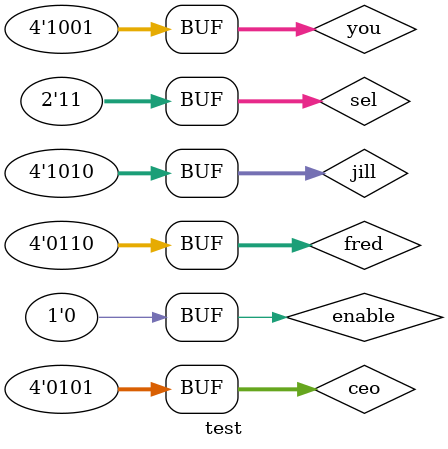
<source format=v>
`timescale 1ns/1ps

module behavioral(
    input [3:0] ceo,
    input [3:0] you,
    input [3:0] fred,
    input [3:0] jill,
    input [1:0] sel,
    input enable,
    output reg [3:0] data // <1>
);
    always @(*) begin // <2>
        if (enable) begin // <3>
            case (sel) // <4>
                2'b00: data = ceo; // <5>
                2'b01: data = you;
                2'b10: data = fred;
                2'b11: data = jill;
            endcase
        end else begin
            data = 0;
        end
    end
endmodule

module test();

    reg [3:0] ceo;
    reg [3:0] you;
    reg [3:0] fred;
    reg [3:0] jill;
    reg [1:0] sel;
    reg enable;
    wire [3:0] data;

    behavioral uut(
        .ceo(ceo),
        .you(you),
        .fred(fred),
        .jill(jill),
        .sel(sel),
        .enable(enable),
        .data(data)
    );

    initial begin
        $dumpvars(0,test);
        ceo = 'b0101;
        you = 'b1001;
        fred = 'b0110;
        jill = 'b1010;
        enable = 0;
        sel = 0;
        #10;
        enable = 1;
        #10;
        sel = 'b01;
        #10;
        sel = 'b10;
        #10;
        sel = 'b11;
        #10;
        enable = 0;
        #10;
    end

endmodule
</source>
